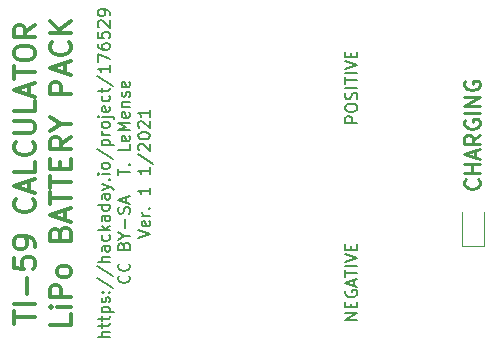
<source format=gbr>
%TF.GenerationSoftware,KiCad,Pcbnew,(5.1.9)-1*%
%TF.CreationDate,2021-01-14T15:41:35-05:00*%
%TF.ProjectId,TI59_battery,54493539-5f62-4617-9474-6572792e6b69,1*%
%TF.SameCoordinates,Original*%
%TF.FileFunction,Legend,Top*%
%TF.FilePolarity,Positive*%
%FSLAX46Y46*%
G04 Gerber Fmt 4.6, Leading zero omitted, Abs format (unit mm)*
G04 Created by KiCad (PCBNEW (5.1.9)-1) date 2021-01-14 15:41:35*
%MOMM*%
%LPD*%
G01*
G04 APERTURE LIST*
%ADD10C,0.200000*%
%ADD11C,0.150000*%
%ADD12C,0.350000*%
%ADD13C,0.250000*%
%ADD14C,0.120000*%
G04 APERTURE END LIST*
D10*
X131502380Y-113833333D02*
X130502380Y-113833333D01*
X131502380Y-113404761D02*
X130978571Y-113404761D01*
X130883333Y-113452380D01*
X130835714Y-113547619D01*
X130835714Y-113690476D01*
X130883333Y-113785714D01*
X130930952Y-113833333D01*
X130835714Y-113071428D02*
X130835714Y-112690476D01*
X130502380Y-112928571D02*
X131359523Y-112928571D01*
X131454761Y-112880952D01*
X131502380Y-112785714D01*
X131502380Y-112690476D01*
X130835714Y-112500000D02*
X130835714Y-112119047D01*
X130502380Y-112357142D02*
X131359523Y-112357142D01*
X131454761Y-112309523D01*
X131502380Y-112214285D01*
X131502380Y-112119047D01*
X130835714Y-111785714D02*
X131835714Y-111785714D01*
X130883333Y-111785714D02*
X130835714Y-111690476D01*
X130835714Y-111500000D01*
X130883333Y-111404761D01*
X130930952Y-111357142D01*
X131026190Y-111309523D01*
X131311904Y-111309523D01*
X131407142Y-111357142D01*
X131454761Y-111404761D01*
X131502380Y-111500000D01*
X131502380Y-111690476D01*
X131454761Y-111785714D01*
X131454761Y-110928571D02*
X131502380Y-110833333D01*
X131502380Y-110642857D01*
X131454761Y-110547619D01*
X131359523Y-110500000D01*
X131311904Y-110500000D01*
X131216666Y-110547619D01*
X131169047Y-110642857D01*
X131169047Y-110785714D01*
X131121428Y-110880952D01*
X131026190Y-110928571D01*
X130978571Y-110928571D01*
X130883333Y-110880952D01*
X130835714Y-110785714D01*
X130835714Y-110642857D01*
X130883333Y-110547619D01*
X131407142Y-110071428D02*
X131454761Y-110023809D01*
X131502380Y-110071428D01*
X131454761Y-110119047D01*
X131407142Y-110071428D01*
X131502380Y-110071428D01*
X130883333Y-110071428D02*
X130930952Y-110023809D01*
X130978571Y-110071428D01*
X130930952Y-110119047D01*
X130883333Y-110071428D01*
X130978571Y-110071428D01*
X130454761Y-108880952D02*
X131740476Y-109738095D01*
X130454761Y-107833333D02*
X131740476Y-108690476D01*
X131502380Y-107500000D02*
X130502380Y-107500000D01*
X131502380Y-107071428D02*
X130978571Y-107071428D01*
X130883333Y-107119047D01*
X130835714Y-107214285D01*
X130835714Y-107357142D01*
X130883333Y-107452380D01*
X130930952Y-107500000D01*
X131502380Y-106166666D02*
X130978571Y-106166666D01*
X130883333Y-106214285D01*
X130835714Y-106309523D01*
X130835714Y-106500000D01*
X130883333Y-106595238D01*
X131454761Y-106166666D02*
X131502380Y-106261904D01*
X131502380Y-106500000D01*
X131454761Y-106595238D01*
X131359523Y-106642857D01*
X131264285Y-106642857D01*
X131169047Y-106595238D01*
X131121428Y-106500000D01*
X131121428Y-106261904D01*
X131073809Y-106166666D01*
X131454761Y-105261904D02*
X131502380Y-105357142D01*
X131502380Y-105547619D01*
X131454761Y-105642857D01*
X131407142Y-105690476D01*
X131311904Y-105738095D01*
X131026190Y-105738095D01*
X130930952Y-105690476D01*
X130883333Y-105642857D01*
X130835714Y-105547619D01*
X130835714Y-105357142D01*
X130883333Y-105261904D01*
X131502380Y-104833333D02*
X130502380Y-104833333D01*
X131121428Y-104738095D02*
X131502380Y-104452380D01*
X130835714Y-104452380D02*
X131216666Y-104833333D01*
X131502380Y-103595238D02*
X130978571Y-103595238D01*
X130883333Y-103642857D01*
X130835714Y-103738095D01*
X130835714Y-103928571D01*
X130883333Y-104023809D01*
X131454761Y-103595238D02*
X131502380Y-103690476D01*
X131502380Y-103928571D01*
X131454761Y-104023809D01*
X131359523Y-104071428D01*
X131264285Y-104071428D01*
X131169047Y-104023809D01*
X131121428Y-103928571D01*
X131121428Y-103690476D01*
X131073809Y-103595238D01*
X131502380Y-102690476D02*
X130502380Y-102690476D01*
X131454761Y-102690476D02*
X131502380Y-102785714D01*
X131502380Y-102976190D01*
X131454761Y-103071428D01*
X131407142Y-103119047D01*
X131311904Y-103166666D01*
X131026190Y-103166666D01*
X130930952Y-103119047D01*
X130883333Y-103071428D01*
X130835714Y-102976190D01*
X130835714Y-102785714D01*
X130883333Y-102690476D01*
X131502380Y-101785714D02*
X130978571Y-101785714D01*
X130883333Y-101833333D01*
X130835714Y-101928571D01*
X130835714Y-102119047D01*
X130883333Y-102214285D01*
X131454761Y-101785714D02*
X131502380Y-101880952D01*
X131502380Y-102119047D01*
X131454761Y-102214285D01*
X131359523Y-102261904D01*
X131264285Y-102261904D01*
X131169047Y-102214285D01*
X131121428Y-102119047D01*
X131121428Y-101880952D01*
X131073809Y-101785714D01*
X130835714Y-101404761D02*
X131502380Y-101166666D01*
X130835714Y-100928571D02*
X131502380Y-101166666D01*
X131740476Y-101261904D01*
X131788095Y-101309523D01*
X131835714Y-101404761D01*
X131407142Y-100547619D02*
X131454761Y-100500000D01*
X131502380Y-100547619D01*
X131454761Y-100595238D01*
X131407142Y-100547619D01*
X131502380Y-100547619D01*
X131502380Y-100071428D02*
X130835714Y-100071428D01*
X130502380Y-100071428D02*
X130550000Y-100119047D01*
X130597619Y-100071428D01*
X130550000Y-100023809D01*
X130502380Y-100071428D01*
X130597619Y-100071428D01*
X131502380Y-99452380D02*
X131454761Y-99547619D01*
X131407142Y-99595238D01*
X131311904Y-99642857D01*
X131026190Y-99642857D01*
X130930952Y-99595238D01*
X130883333Y-99547619D01*
X130835714Y-99452380D01*
X130835714Y-99309523D01*
X130883333Y-99214285D01*
X130930952Y-99166666D01*
X131026190Y-99119047D01*
X131311904Y-99119047D01*
X131407142Y-99166666D01*
X131454761Y-99214285D01*
X131502380Y-99309523D01*
X131502380Y-99452380D01*
X130454761Y-97976190D02*
X131740476Y-98833333D01*
X130835714Y-97642857D02*
X131835714Y-97642857D01*
X130883333Y-97642857D02*
X130835714Y-97547619D01*
X130835714Y-97357142D01*
X130883333Y-97261904D01*
X130930952Y-97214285D01*
X131026190Y-97166666D01*
X131311904Y-97166666D01*
X131407142Y-97214285D01*
X131454761Y-97261904D01*
X131502380Y-97357142D01*
X131502380Y-97547619D01*
X131454761Y-97642857D01*
X131502380Y-96738095D02*
X130835714Y-96738095D01*
X131026190Y-96738095D02*
X130930952Y-96690476D01*
X130883333Y-96642857D01*
X130835714Y-96547619D01*
X130835714Y-96452380D01*
X131502380Y-95976190D02*
X131454761Y-96071428D01*
X131407142Y-96119047D01*
X131311904Y-96166666D01*
X131026190Y-96166666D01*
X130930952Y-96119047D01*
X130883333Y-96071428D01*
X130835714Y-95976190D01*
X130835714Y-95833333D01*
X130883333Y-95738095D01*
X130930952Y-95690476D01*
X131026190Y-95642857D01*
X131311904Y-95642857D01*
X131407142Y-95690476D01*
X131454761Y-95738095D01*
X131502380Y-95833333D01*
X131502380Y-95976190D01*
X130835714Y-95214285D02*
X131692857Y-95214285D01*
X131788095Y-95261904D01*
X131835714Y-95357142D01*
X131835714Y-95404761D01*
X130502380Y-95214285D02*
X130550000Y-95261904D01*
X130597619Y-95214285D01*
X130550000Y-95166666D01*
X130502380Y-95214285D01*
X130597619Y-95214285D01*
X131454761Y-94357142D02*
X131502380Y-94452380D01*
X131502380Y-94642857D01*
X131454761Y-94738095D01*
X131359523Y-94785714D01*
X130978571Y-94785714D01*
X130883333Y-94738095D01*
X130835714Y-94642857D01*
X130835714Y-94452380D01*
X130883333Y-94357142D01*
X130978571Y-94309523D01*
X131073809Y-94309523D01*
X131169047Y-94785714D01*
X131454761Y-93452380D02*
X131502380Y-93547619D01*
X131502380Y-93738095D01*
X131454761Y-93833333D01*
X131407142Y-93880952D01*
X131311904Y-93928571D01*
X131026190Y-93928571D01*
X130930952Y-93880952D01*
X130883333Y-93833333D01*
X130835714Y-93738095D01*
X130835714Y-93547619D01*
X130883333Y-93452380D01*
X130835714Y-93166666D02*
X130835714Y-92785714D01*
X130502380Y-93023809D02*
X131359523Y-93023809D01*
X131454761Y-92976190D01*
X131502380Y-92880952D01*
X131502380Y-92785714D01*
X130454761Y-91738095D02*
X131740476Y-92595238D01*
X131502380Y-90880952D02*
X131502380Y-91452380D01*
X131502380Y-91166666D02*
X130502380Y-91166666D01*
X130645238Y-91261904D01*
X130740476Y-91357142D01*
X130788095Y-91452380D01*
X130502380Y-90547619D02*
X130502380Y-89880952D01*
X131502380Y-90309523D01*
X130502380Y-89071428D02*
X130502380Y-89261904D01*
X130550000Y-89357142D01*
X130597619Y-89404761D01*
X130740476Y-89500000D01*
X130930952Y-89547619D01*
X131311904Y-89547619D01*
X131407142Y-89500000D01*
X131454761Y-89452380D01*
X131502380Y-89357142D01*
X131502380Y-89166666D01*
X131454761Y-89071428D01*
X131407142Y-89023809D01*
X131311904Y-88976190D01*
X131073809Y-88976190D01*
X130978571Y-89023809D01*
X130930952Y-89071428D01*
X130883333Y-89166666D01*
X130883333Y-89357142D01*
X130930952Y-89452380D01*
X130978571Y-89500000D01*
X131073809Y-89547619D01*
X130502380Y-88071428D02*
X130502380Y-88547619D01*
X130978571Y-88595238D01*
X130930952Y-88547619D01*
X130883333Y-88452380D01*
X130883333Y-88214285D01*
X130930952Y-88119047D01*
X130978571Y-88071428D01*
X131073809Y-88023809D01*
X131311904Y-88023809D01*
X131407142Y-88071428D01*
X131454761Y-88119047D01*
X131502380Y-88214285D01*
X131502380Y-88452380D01*
X131454761Y-88547619D01*
X131407142Y-88595238D01*
X130597619Y-87642857D02*
X130550000Y-87595238D01*
X130502380Y-87500000D01*
X130502380Y-87261904D01*
X130550000Y-87166666D01*
X130597619Y-87119047D01*
X130692857Y-87071428D01*
X130788095Y-87071428D01*
X130930952Y-87119047D01*
X131502380Y-87690476D01*
X131502380Y-87071428D01*
X131502380Y-86595238D02*
X131502380Y-86404761D01*
X131454761Y-86309523D01*
X131407142Y-86261904D01*
X131264285Y-86166666D01*
X131073809Y-86119047D01*
X130692857Y-86119047D01*
X130597619Y-86166666D01*
X130550000Y-86214285D01*
X130502380Y-86309523D01*
X130502380Y-86500000D01*
X130550000Y-86595238D01*
X130597619Y-86642857D01*
X130692857Y-86690476D01*
X130930952Y-86690476D01*
X131026190Y-86642857D01*
X131073809Y-86595238D01*
X131121428Y-86500000D01*
X131121428Y-86309523D01*
X131073809Y-86214285D01*
X131026190Y-86166666D01*
X130930952Y-86119047D01*
X133107142Y-108666666D02*
X133154761Y-108714285D01*
X133202380Y-108857142D01*
X133202380Y-108952380D01*
X133154761Y-109095238D01*
X133059523Y-109190476D01*
X132964285Y-109238095D01*
X132773809Y-109285714D01*
X132630952Y-109285714D01*
X132440476Y-109238095D01*
X132345238Y-109190476D01*
X132250000Y-109095238D01*
X132202380Y-108952380D01*
X132202380Y-108857142D01*
X132250000Y-108714285D01*
X132297619Y-108666666D01*
X133107142Y-107666666D02*
X133154761Y-107714285D01*
X133202380Y-107857142D01*
X133202380Y-107952380D01*
X133154761Y-108095238D01*
X133059523Y-108190476D01*
X132964285Y-108238095D01*
X132773809Y-108285714D01*
X132630952Y-108285714D01*
X132440476Y-108238095D01*
X132345238Y-108190476D01*
X132250000Y-108095238D01*
X132202380Y-107952380D01*
X132202380Y-107857142D01*
X132250000Y-107714285D01*
X132297619Y-107666666D01*
X132678571Y-106142857D02*
X132726190Y-106000000D01*
X132773809Y-105952380D01*
X132869047Y-105904761D01*
X133011904Y-105904761D01*
X133107142Y-105952380D01*
X133154761Y-106000000D01*
X133202380Y-106095238D01*
X133202380Y-106476190D01*
X132202380Y-106476190D01*
X132202380Y-106142857D01*
X132250000Y-106047619D01*
X132297619Y-106000000D01*
X132392857Y-105952380D01*
X132488095Y-105952380D01*
X132583333Y-106000000D01*
X132630952Y-106047619D01*
X132678571Y-106142857D01*
X132678571Y-106476190D01*
X132726190Y-105285714D02*
X133202380Y-105285714D01*
X132202380Y-105619047D02*
X132726190Y-105285714D01*
X132202380Y-104952380D01*
X132821428Y-104619047D02*
X132821428Y-103857142D01*
X133154761Y-103428571D02*
X133202380Y-103285714D01*
X133202380Y-103047619D01*
X133154761Y-102952380D01*
X133107142Y-102904761D01*
X133011904Y-102857142D01*
X132916666Y-102857142D01*
X132821428Y-102904761D01*
X132773809Y-102952380D01*
X132726190Y-103047619D01*
X132678571Y-103238095D01*
X132630952Y-103333333D01*
X132583333Y-103380952D01*
X132488095Y-103428571D01*
X132392857Y-103428571D01*
X132297619Y-103380952D01*
X132250000Y-103333333D01*
X132202380Y-103238095D01*
X132202380Y-103000000D01*
X132250000Y-102857142D01*
X132916666Y-102476190D02*
X132916666Y-102000000D01*
X133202380Y-102571428D02*
X132202380Y-102238095D01*
X133202380Y-101904761D01*
X132202380Y-100190476D02*
X132202380Y-99619047D01*
X133202380Y-99904761D02*
X132202380Y-99904761D01*
X133107142Y-99285714D02*
X133154761Y-99238095D01*
X133202380Y-99285714D01*
X133154761Y-99333333D01*
X133107142Y-99285714D01*
X133202380Y-99285714D01*
X133202380Y-97571428D02*
X133202380Y-98047619D01*
X132202380Y-98047619D01*
X133154761Y-96857142D02*
X133202380Y-96952380D01*
X133202380Y-97142857D01*
X133154761Y-97238095D01*
X133059523Y-97285714D01*
X132678571Y-97285714D01*
X132583333Y-97238095D01*
X132535714Y-97142857D01*
X132535714Y-96952380D01*
X132583333Y-96857142D01*
X132678571Y-96809523D01*
X132773809Y-96809523D01*
X132869047Y-97285714D01*
X133202380Y-96380952D02*
X132202380Y-96380952D01*
X132916666Y-96047619D01*
X132202380Y-95714285D01*
X133202380Y-95714285D01*
X133154761Y-94857142D02*
X133202380Y-94952380D01*
X133202380Y-95142857D01*
X133154761Y-95238095D01*
X133059523Y-95285714D01*
X132678571Y-95285714D01*
X132583333Y-95238095D01*
X132535714Y-95142857D01*
X132535714Y-94952380D01*
X132583333Y-94857142D01*
X132678571Y-94809523D01*
X132773809Y-94809523D01*
X132869047Y-95285714D01*
X132535714Y-94380952D02*
X133202380Y-94380952D01*
X132630952Y-94380952D02*
X132583333Y-94333333D01*
X132535714Y-94238095D01*
X132535714Y-94095238D01*
X132583333Y-94000000D01*
X132678571Y-93952380D01*
X133202380Y-93952380D01*
X133154761Y-93523809D02*
X133202380Y-93428571D01*
X133202380Y-93238095D01*
X133154761Y-93142857D01*
X133059523Y-93095238D01*
X133011904Y-93095238D01*
X132916666Y-93142857D01*
X132869047Y-93238095D01*
X132869047Y-93380952D01*
X132821428Y-93476190D01*
X132726190Y-93523809D01*
X132678571Y-93523809D01*
X132583333Y-93476190D01*
X132535714Y-93380952D01*
X132535714Y-93238095D01*
X132583333Y-93142857D01*
X133154761Y-92285714D02*
X133202380Y-92380952D01*
X133202380Y-92571428D01*
X133154761Y-92666666D01*
X133059523Y-92714285D01*
X132678571Y-92714285D01*
X132583333Y-92666666D01*
X132535714Y-92571428D01*
X132535714Y-92380952D01*
X132583333Y-92285714D01*
X132678571Y-92238095D01*
X132773809Y-92238095D01*
X132869047Y-92714285D01*
X133902380Y-105452380D02*
X134902380Y-105119047D01*
X133902380Y-104785714D01*
X134854761Y-104071428D02*
X134902380Y-104166666D01*
X134902380Y-104357142D01*
X134854761Y-104452380D01*
X134759523Y-104500000D01*
X134378571Y-104500000D01*
X134283333Y-104452380D01*
X134235714Y-104357142D01*
X134235714Y-104166666D01*
X134283333Y-104071428D01*
X134378571Y-104023809D01*
X134473809Y-104023809D01*
X134569047Y-104500000D01*
X134902380Y-103595238D02*
X134235714Y-103595238D01*
X134426190Y-103595238D02*
X134330952Y-103547619D01*
X134283333Y-103500000D01*
X134235714Y-103404761D01*
X134235714Y-103309523D01*
X134807142Y-102976190D02*
X134854761Y-102928571D01*
X134902380Y-102976190D01*
X134854761Y-103023809D01*
X134807142Y-102976190D01*
X134902380Y-102976190D01*
X134902380Y-101214285D02*
X134902380Y-101785714D01*
X134902380Y-101500000D02*
X133902380Y-101500000D01*
X134045238Y-101595238D01*
X134140476Y-101690476D01*
X134188095Y-101785714D01*
X134902380Y-99500000D02*
X134902380Y-100071428D01*
X134902380Y-99785714D02*
X133902380Y-99785714D01*
X134045238Y-99880952D01*
X134140476Y-99976190D01*
X134188095Y-100071428D01*
X133854761Y-98357142D02*
X135140476Y-99214285D01*
X133997619Y-98071428D02*
X133950000Y-98023809D01*
X133902380Y-97928571D01*
X133902380Y-97690476D01*
X133950000Y-97595238D01*
X133997619Y-97547619D01*
X134092857Y-97500000D01*
X134188095Y-97500000D01*
X134330952Y-97547619D01*
X134902380Y-98119047D01*
X134902380Y-97500000D01*
X133902380Y-96880952D02*
X133902380Y-96785714D01*
X133950000Y-96690476D01*
X133997619Y-96642857D01*
X134092857Y-96595238D01*
X134283333Y-96547619D01*
X134521428Y-96547619D01*
X134711904Y-96595238D01*
X134807142Y-96642857D01*
X134854761Y-96690476D01*
X134902380Y-96785714D01*
X134902380Y-96880952D01*
X134854761Y-96976190D01*
X134807142Y-97023809D01*
X134711904Y-97071428D01*
X134521428Y-97119047D01*
X134283333Y-97119047D01*
X134092857Y-97071428D01*
X133997619Y-97023809D01*
X133950000Y-96976190D01*
X133902380Y-96880952D01*
X133997619Y-96166666D02*
X133950000Y-96119047D01*
X133902380Y-96023809D01*
X133902380Y-95785714D01*
X133950000Y-95690476D01*
X133997619Y-95642857D01*
X134092857Y-95595238D01*
X134188095Y-95595238D01*
X134330952Y-95642857D01*
X134902380Y-96214285D01*
X134902380Y-95595238D01*
X134902380Y-94642857D02*
X134902380Y-95214285D01*
X134902380Y-94928571D02*
X133902380Y-94928571D01*
X134045238Y-95023809D01*
X134140476Y-95119047D01*
X134188095Y-95214285D01*
D11*
X152452380Y-95750000D02*
X151452380Y-95750000D01*
X151452380Y-95369047D01*
X151500000Y-95273809D01*
X151547619Y-95226190D01*
X151642857Y-95178571D01*
X151785714Y-95178571D01*
X151880952Y-95226190D01*
X151928571Y-95273809D01*
X151976190Y-95369047D01*
X151976190Y-95750000D01*
X151452380Y-94559523D02*
X151452380Y-94369047D01*
X151500000Y-94273809D01*
X151595238Y-94178571D01*
X151785714Y-94130952D01*
X152119047Y-94130952D01*
X152309523Y-94178571D01*
X152404761Y-94273809D01*
X152452380Y-94369047D01*
X152452380Y-94559523D01*
X152404761Y-94654761D01*
X152309523Y-94750000D01*
X152119047Y-94797619D01*
X151785714Y-94797619D01*
X151595238Y-94750000D01*
X151500000Y-94654761D01*
X151452380Y-94559523D01*
X152404761Y-93750000D02*
X152452380Y-93607142D01*
X152452380Y-93369047D01*
X152404761Y-93273809D01*
X152357142Y-93226190D01*
X152261904Y-93178571D01*
X152166666Y-93178571D01*
X152071428Y-93226190D01*
X152023809Y-93273809D01*
X151976190Y-93369047D01*
X151928571Y-93559523D01*
X151880952Y-93654761D01*
X151833333Y-93702380D01*
X151738095Y-93750000D01*
X151642857Y-93750000D01*
X151547619Y-93702380D01*
X151500000Y-93654761D01*
X151452380Y-93559523D01*
X151452380Y-93321428D01*
X151500000Y-93178571D01*
X152452380Y-92750000D02*
X151452380Y-92750000D01*
X151452380Y-92416666D02*
X151452380Y-91845238D01*
X152452380Y-92130952D02*
X151452380Y-92130952D01*
X152452380Y-91511904D02*
X151452380Y-91511904D01*
X151452380Y-91178571D02*
X152452380Y-90845238D01*
X151452380Y-90511904D01*
X151928571Y-90178571D02*
X151928571Y-89845238D01*
X152452380Y-89702380D02*
X152452380Y-90178571D01*
X151452380Y-90178571D01*
X151452380Y-89702380D01*
X152452380Y-112416666D02*
X151452380Y-112416666D01*
X152452380Y-111845238D01*
X151452380Y-111845238D01*
X151928571Y-111369047D02*
X151928571Y-111035714D01*
X152452380Y-110892857D02*
X152452380Y-111369047D01*
X151452380Y-111369047D01*
X151452380Y-110892857D01*
X151500000Y-109940476D02*
X151452380Y-110035714D01*
X151452380Y-110178571D01*
X151500000Y-110321428D01*
X151595238Y-110416666D01*
X151690476Y-110464285D01*
X151880952Y-110511904D01*
X152023809Y-110511904D01*
X152214285Y-110464285D01*
X152309523Y-110416666D01*
X152404761Y-110321428D01*
X152452380Y-110178571D01*
X152452380Y-110083333D01*
X152404761Y-109940476D01*
X152357142Y-109892857D01*
X152023809Y-109892857D01*
X152023809Y-110083333D01*
X152166666Y-109511904D02*
X152166666Y-109035714D01*
X152452380Y-109607142D02*
X151452380Y-109273809D01*
X152452380Y-108940476D01*
X151452380Y-108750000D02*
X151452380Y-108178571D01*
X152452380Y-108464285D02*
X151452380Y-108464285D01*
X152452380Y-107845238D02*
X151452380Y-107845238D01*
X151452380Y-107511904D02*
X152452380Y-107178571D01*
X151452380Y-106845238D01*
X151928571Y-106511904D02*
X151928571Y-106178571D01*
X152452380Y-106035714D02*
X152452380Y-106511904D01*
X151452380Y-106511904D01*
X151452380Y-106035714D01*
D12*
X123389285Y-112728571D02*
X123389285Y-111700000D01*
X125189285Y-112214285D02*
X123389285Y-112214285D01*
X125189285Y-111100000D02*
X123389285Y-111100000D01*
X124503571Y-110242857D02*
X124503571Y-108871428D01*
X123389285Y-107157142D02*
X123389285Y-108014285D01*
X124246428Y-108100000D01*
X124160714Y-108014285D01*
X124075000Y-107842857D01*
X124075000Y-107414285D01*
X124160714Y-107242857D01*
X124246428Y-107157142D01*
X124417857Y-107071428D01*
X124846428Y-107071428D01*
X125017857Y-107157142D01*
X125103571Y-107242857D01*
X125189285Y-107414285D01*
X125189285Y-107842857D01*
X125103571Y-108014285D01*
X125017857Y-108100000D01*
X125189285Y-106214285D02*
X125189285Y-105871428D01*
X125103571Y-105700000D01*
X125017857Y-105614285D01*
X124760714Y-105442857D01*
X124417857Y-105357142D01*
X123732142Y-105357142D01*
X123560714Y-105442857D01*
X123475000Y-105528571D01*
X123389285Y-105700000D01*
X123389285Y-106042857D01*
X123475000Y-106214285D01*
X123560714Y-106300000D01*
X123732142Y-106385714D01*
X124160714Y-106385714D01*
X124332142Y-106300000D01*
X124417857Y-106214285D01*
X124503571Y-106042857D01*
X124503571Y-105700000D01*
X124417857Y-105528571D01*
X124332142Y-105442857D01*
X124160714Y-105357142D01*
X125017857Y-102185714D02*
X125103571Y-102271428D01*
X125189285Y-102528571D01*
X125189285Y-102700000D01*
X125103571Y-102957142D01*
X124932142Y-103128571D01*
X124760714Y-103214285D01*
X124417857Y-103300000D01*
X124160714Y-103300000D01*
X123817857Y-103214285D01*
X123646428Y-103128571D01*
X123475000Y-102957142D01*
X123389285Y-102700000D01*
X123389285Y-102528571D01*
X123475000Y-102271428D01*
X123560714Y-102185714D01*
X124675000Y-101500000D02*
X124675000Y-100642857D01*
X125189285Y-101671428D02*
X123389285Y-101071428D01*
X125189285Y-100471428D01*
X125189285Y-99014285D02*
X125189285Y-99871428D01*
X123389285Y-99871428D01*
X125017857Y-97385714D02*
X125103571Y-97471428D01*
X125189285Y-97728571D01*
X125189285Y-97900000D01*
X125103571Y-98157142D01*
X124932142Y-98328571D01*
X124760714Y-98414285D01*
X124417857Y-98500000D01*
X124160714Y-98500000D01*
X123817857Y-98414285D01*
X123646428Y-98328571D01*
X123475000Y-98157142D01*
X123389285Y-97900000D01*
X123389285Y-97728571D01*
X123475000Y-97471428D01*
X123560714Y-97385714D01*
X123389285Y-96614285D02*
X124846428Y-96614285D01*
X125017857Y-96528571D01*
X125103571Y-96442857D01*
X125189285Y-96271428D01*
X125189285Y-95928571D01*
X125103571Y-95757142D01*
X125017857Y-95671428D01*
X124846428Y-95585714D01*
X123389285Y-95585714D01*
X125189285Y-93871428D02*
X125189285Y-94728571D01*
X123389285Y-94728571D01*
X124675000Y-93357142D02*
X124675000Y-92500000D01*
X125189285Y-93528571D02*
X123389285Y-92928571D01*
X125189285Y-92328571D01*
X123389285Y-91985714D02*
X123389285Y-90957142D01*
X125189285Y-91471428D02*
X123389285Y-91471428D01*
X123389285Y-90014285D02*
X123389285Y-89671428D01*
X123475000Y-89500000D01*
X123646428Y-89328571D01*
X123989285Y-89242857D01*
X124589285Y-89242857D01*
X124932142Y-89328571D01*
X125103571Y-89500000D01*
X125189285Y-89671428D01*
X125189285Y-90014285D01*
X125103571Y-90185714D01*
X124932142Y-90357142D01*
X124589285Y-90442857D01*
X123989285Y-90442857D01*
X123646428Y-90357142D01*
X123475000Y-90185714D01*
X123389285Y-90014285D01*
X125189285Y-87442857D02*
X124332142Y-88042857D01*
X125189285Y-88471428D02*
X123389285Y-88471428D01*
X123389285Y-87785714D01*
X123475000Y-87614285D01*
X123560714Y-87528571D01*
X123732142Y-87442857D01*
X123989285Y-87442857D01*
X124160714Y-87528571D01*
X124246428Y-87614285D01*
X124332142Y-87785714D01*
X124332142Y-88471428D01*
X128239285Y-111957142D02*
X128239285Y-112814285D01*
X126439285Y-112814285D01*
X128239285Y-111357142D02*
X127039285Y-111357142D01*
X126439285Y-111357142D02*
X126525000Y-111442857D01*
X126610714Y-111357142D01*
X126525000Y-111271428D01*
X126439285Y-111357142D01*
X126610714Y-111357142D01*
X128239285Y-110500000D02*
X126439285Y-110500000D01*
X126439285Y-109814285D01*
X126525000Y-109642857D01*
X126610714Y-109557142D01*
X126782142Y-109471428D01*
X127039285Y-109471428D01*
X127210714Y-109557142D01*
X127296428Y-109642857D01*
X127382142Y-109814285D01*
X127382142Y-110500000D01*
X128239285Y-108442857D02*
X128153571Y-108614285D01*
X128067857Y-108700000D01*
X127896428Y-108785714D01*
X127382142Y-108785714D01*
X127210714Y-108700000D01*
X127125000Y-108614285D01*
X127039285Y-108442857D01*
X127039285Y-108185714D01*
X127125000Y-108014285D01*
X127210714Y-107928571D01*
X127382142Y-107842857D01*
X127896428Y-107842857D01*
X128067857Y-107928571D01*
X128153571Y-108014285D01*
X128239285Y-108185714D01*
X128239285Y-108442857D01*
X127296428Y-105100000D02*
X127382142Y-104842857D01*
X127467857Y-104757142D01*
X127639285Y-104671428D01*
X127896428Y-104671428D01*
X128067857Y-104757142D01*
X128153571Y-104842857D01*
X128239285Y-105014285D01*
X128239285Y-105700000D01*
X126439285Y-105700000D01*
X126439285Y-105100000D01*
X126525000Y-104928571D01*
X126610714Y-104842857D01*
X126782142Y-104757142D01*
X126953571Y-104757142D01*
X127125000Y-104842857D01*
X127210714Y-104928571D01*
X127296428Y-105100000D01*
X127296428Y-105700000D01*
X127725000Y-103985714D02*
X127725000Y-103128571D01*
X128239285Y-104157142D02*
X126439285Y-103557142D01*
X128239285Y-102957142D01*
X126439285Y-102614285D02*
X126439285Y-101585714D01*
X128239285Y-102100000D02*
X126439285Y-102100000D01*
X126439285Y-101242857D02*
X126439285Y-100214285D01*
X128239285Y-100728571D02*
X126439285Y-100728571D01*
X127296428Y-99614285D02*
X127296428Y-99014285D01*
X128239285Y-98757142D02*
X128239285Y-99614285D01*
X126439285Y-99614285D01*
X126439285Y-98757142D01*
X128239285Y-96957142D02*
X127382142Y-97557142D01*
X128239285Y-97985714D02*
X126439285Y-97985714D01*
X126439285Y-97300000D01*
X126525000Y-97128571D01*
X126610714Y-97042857D01*
X126782142Y-96957142D01*
X127039285Y-96957142D01*
X127210714Y-97042857D01*
X127296428Y-97128571D01*
X127382142Y-97300000D01*
X127382142Y-97985714D01*
X127382142Y-95842857D02*
X128239285Y-95842857D01*
X126439285Y-96442857D02*
X127382142Y-95842857D01*
X126439285Y-95242857D01*
X128239285Y-93271428D02*
X126439285Y-93271428D01*
X126439285Y-92585714D01*
X126525000Y-92414285D01*
X126610714Y-92328571D01*
X126782142Y-92242857D01*
X127039285Y-92242857D01*
X127210714Y-92328571D01*
X127296428Y-92414285D01*
X127382142Y-92585714D01*
X127382142Y-93271428D01*
X127725000Y-91557142D02*
X127725000Y-90700000D01*
X128239285Y-91728571D02*
X126439285Y-91128571D01*
X128239285Y-90528571D01*
X128067857Y-88900000D02*
X128153571Y-88985714D01*
X128239285Y-89242857D01*
X128239285Y-89414285D01*
X128153571Y-89671428D01*
X127982142Y-89842857D01*
X127810714Y-89928571D01*
X127467857Y-90014285D01*
X127210714Y-90014285D01*
X126867857Y-89928571D01*
X126696428Y-89842857D01*
X126525000Y-89671428D01*
X126439285Y-89414285D01*
X126439285Y-89242857D01*
X126525000Y-88985714D01*
X126610714Y-88900000D01*
X128239285Y-88128571D02*
X126439285Y-88128571D01*
X128239285Y-87100000D02*
X127210714Y-87871428D01*
X126439285Y-87100000D02*
X127467857Y-88128571D01*
D13*
X162714285Y-100526190D02*
X162776190Y-100588095D01*
X162838095Y-100773809D01*
X162838095Y-100897619D01*
X162776190Y-101083333D01*
X162652380Y-101207142D01*
X162528571Y-101269047D01*
X162280952Y-101330952D01*
X162095238Y-101330952D01*
X161847619Y-101269047D01*
X161723809Y-101207142D01*
X161600000Y-101083333D01*
X161538095Y-100897619D01*
X161538095Y-100773809D01*
X161600000Y-100588095D01*
X161661904Y-100526190D01*
X162838095Y-99969047D02*
X161538095Y-99969047D01*
X162157142Y-99969047D02*
X162157142Y-99226190D01*
X162838095Y-99226190D02*
X161538095Y-99226190D01*
X162466666Y-98669047D02*
X162466666Y-98050000D01*
X162838095Y-98792857D02*
X161538095Y-98359523D01*
X162838095Y-97926190D01*
X162838095Y-96750000D02*
X162219047Y-97183333D01*
X162838095Y-97492857D02*
X161538095Y-97492857D01*
X161538095Y-96997619D01*
X161600000Y-96873809D01*
X161661904Y-96811904D01*
X161785714Y-96750000D01*
X161971428Y-96750000D01*
X162095238Y-96811904D01*
X162157142Y-96873809D01*
X162219047Y-96997619D01*
X162219047Y-97492857D01*
X161600000Y-95511904D02*
X161538095Y-95635714D01*
X161538095Y-95821428D01*
X161600000Y-96007142D01*
X161723809Y-96130952D01*
X161847619Y-96192857D01*
X162095238Y-96254761D01*
X162280952Y-96254761D01*
X162528571Y-96192857D01*
X162652380Y-96130952D01*
X162776190Y-96007142D01*
X162838095Y-95821428D01*
X162838095Y-95697619D01*
X162776190Y-95511904D01*
X162714285Y-95450000D01*
X162280952Y-95450000D01*
X162280952Y-95697619D01*
X162838095Y-94892857D02*
X161538095Y-94892857D01*
X162838095Y-94273809D02*
X161538095Y-94273809D01*
X162838095Y-93530952D01*
X161538095Y-93530952D01*
X161600000Y-92230952D02*
X161538095Y-92354761D01*
X161538095Y-92540476D01*
X161600000Y-92726190D01*
X161723809Y-92850000D01*
X161847619Y-92911904D01*
X162095238Y-92973809D01*
X162280952Y-92973809D01*
X162528571Y-92911904D01*
X162652380Y-92850000D01*
X162776190Y-92726190D01*
X162838095Y-92540476D01*
X162838095Y-92416666D01*
X162776190Y-92230952D01*
X162714285Y-92169047D01*
X162280952Y-92169047D01*
X162280952Y-92416666D01*
D14*
%TO.C,D1*%
X161290000Y-103275000D02*
X161290000Y-106135000D01*
X161290000Y-106135000D02*
X163210000Y-106135000D01*
X163210000Y-106135000D02*
X163210000Y-103275000D01*
%TD*%
M02*

</source>
